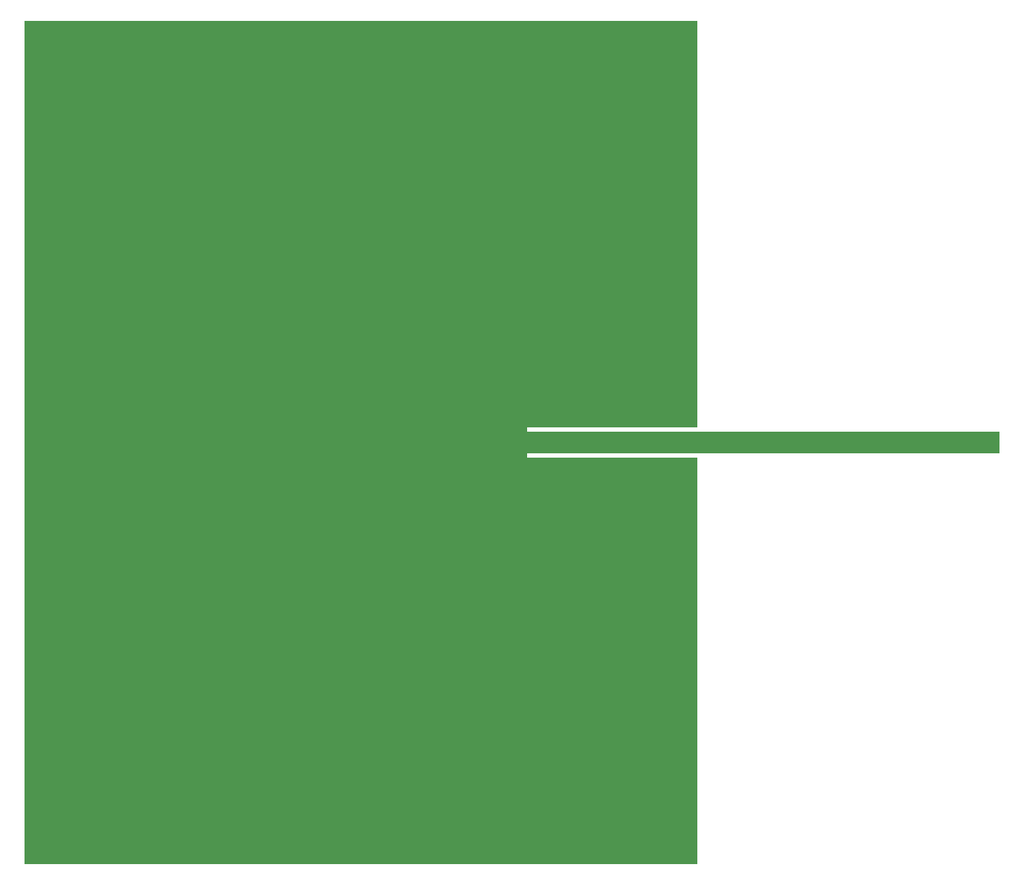
<source format=gbr>
%TF.GenerationSoftware,Altium Limited,Altium Designer,19.0.15 (446)*%
G04 Layer_Physical_Order=1*
G04 Layer_Color=255*
%FSLAX45Y45*%
%MOMM*%
%TF.FileFunction,Copper,L1,Top,Signal*%
%TF.Part,Single*%
G01*
G75*
G36*
X11450004Y7680000D02*
X9449994Y7679999D01*
X9449995Y7630000D01*
X14999988Y7630000D01*
X14999989Y7370000D01*
X9450000D01*
X9450000Y7320000D01*
X11450000Y7319999D01*
X11449999Y2549999D01*
X3550000Y2549999D01*
X3550000Y12449999D01*
X11450009Y12450003D01*
X11450004Y7680000D01*
D02*
G37*
%TF.MD5,7b682b437fcdf315f1e02605a39c749c*%
M02*

</source>
